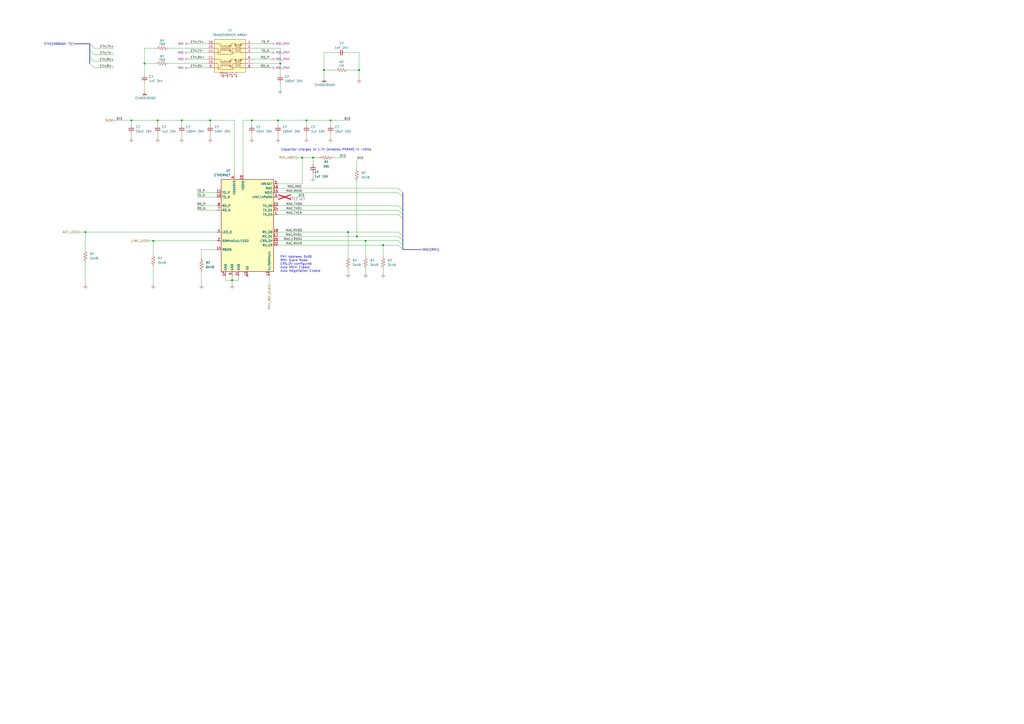
<source format=kicad_sch>
(kicad_sch (version 20250114) (generator "eeschema") (generator_version "9.0")
  (paper "A2")
  (lib_symbols
    (symbol "BR_Capacitors_0201:C_0201_100nF_25V_X7R_10%" (pin_numbers (hide yes)) (pin_names (offset 0) (hide yes))
      (property "Reference" "C" (at 1.016 1.778 0))
      (property "Value" "100nF 25V" (at 1.016 -1.778 0))
      (symbol "C_0201_100nF_25V_X7R_10%_1_1"
        (pin passive line (at 0 2.54 270) (length 2.032) (name "~") (number "1"))
        (pin passive line (at 0 -2.54 90) (length 2.032) (name "~") (number "2"))
      )
    )
    (symbol "BR_Capacitors_0201:C_0201_10nF_25V_X7R_10%" (pin_numbers (hide yes)) (pin_names (offset 0) (hide yes))
      (property "Reference" "C" (at 1.016 1.778 0))
      (property "Value" "10nF 25V" (at 1.016 -1.778 0))
      (symbol "C_0201_10nF_25V_X7R_10%_1_1"
        (pin passive line (at 0 2.54 270) (length 2.032) (name "~") (number "1"))
        (pin passive line (at 0 -2.54 90) (length 2.032) (name "~") (number "2"))
      )
    )
    (symbol "BR_Capacitors_0402:C_0402_10uF_10V_X5R_20%" (pin_numbers (hide yes)) (pin_names (offset 0.254) (hide yes))
      (property "Reference" "C" (at 1.016 1.778 0))
      (property "Value" "10uF 10V" (at 1.016 -1.778 0))
      (symbol "C_0402_10uF_10V_X5R_20%_1_1"
        (pin passive line (at 0 2.54 270) (length 2.032) (name "~") (number "1"))
        (pin passive line (at 0 -2.54 90) (length 2.032) (name "~") (number "2"))
      )
    )
    (symbol "BR_Capacitors_0402:C_0402_1uF_10V_X7R_10%" (pin_numbers (hide yes)) (pin_names (offset 0.254) (hide yes))
      (property "Reference" "C" (at 1.016 1.778 0))
      (property "Value" "1uF 10V" (at 1.016 -1.778 0))
      (symbol "C_0402_1uF_10V_X7R_10%_1_1"
        (pin passive line (at 0 2.54 270) (length 2.032) (name "~") (number "1"))
        (pin passive line (at 0 -2.54 90) (length 2.032) (name "~") (number "2"))
      )
    )
    (symbol "BR_Capacitors_1206:C_1206_1nF_2kV_X7R_10%" (pin_numbers (hide yes)) (pin_names (offset 0.254))
      (property "Reference" "C" (at 1.016 1.778 0))
      (property "Value" "1nF 2kV" (at 1.016 -1.778 0))
      (symbol "C_1206_1nF_2kV_X7R_10%_1_1"
        (pin passive line (at 0 2.54 270) (length 2.032) (name "~") (number "1"))
        (pin passive line (at 0 -2.54 90) (length 2.032) (name "~") (number "2"))
      )
    )
    (symbol "BR_IC_Ethernet:DP83825IRMQR"
      (property "Reference" "U" (at -12.192 21.336 0))
      (property "Value" "DP83825IRMQR" (at -5.588 19.304 0))
      (symbol "DP83825IRMQR_1_0"
        (pin input line (at -15.24 15.24 0) (length 2.54) (name "nRESET") (number "5"))
        (pin input line (at -15.24 7.62 0) (length 2.54) (name "nINT/nPWDN") (number "3"))
        (pin input line (at -15.24 2.54 0) (length 2.54) (name "TX_D0") (number "23"))
        (pin input line (at -15.24 0 0) (length 2.54) (name "TX_D1") (number "24"))
        (pin input line (at -15.24 -2.54 0) (length 2.54) (name "TX_EN") (number "1"))
        (pin output line (at -15.24 -15.24 0) (length 2.54) (name "RX_D1") (number "17"))
        (pin output line (at -15.24 -20.32 0) (length 2.54) (name "RX_ER") (number "22"))
        (pin output line (at 2.54 -38.1 90) (length 2.54) (name "XO") (number "12"))
        (pin power_in line (at 10.16 20.32 270) (length 2.54) (name "VDDA3V3") (number "6"))
        (pin power_in line (at 11.43 -38.1 90) (length 2.54) (name "GND") (number "9"))
        (pin power_in line (at 15.24 -38.1 90) (length 2.54) (name "GND") (number "EP"))
        (pin output line (at 20.32 10.16 180) (length 2.54) (name "TD_P") (number "11"))
        (pin output line (at 20.32 7.62 180) (length 2.54) (name "TD_N") (number "10"))
        (pin input line (at 20.32 2.54 180) (length 2.54) (name "RD_P") (number "8"))
        (pin output line (at 20.32 -12.7 180) (length 2.54) (name "LED_0") (number "4"))
        (pin output line (at 20.32 -17.78 180) (length 2.54) (name "50MHxOut/LED2") (number "2"))
      )
      (symbol "DP83825IRMQR_1_1"
        (pin input line (at -15.24 12.7 0) (length 2.54) (name "MDC") (number "16"))
        (pin bidirectional line (at -15.24 10.16 0) (length 2.54) (name "MDIO") (number "15"))
        (pin output line (at -15.24 -12.7 0) (length 2.54) (name "RX_D0") (number "18"))
        (pin output line (at -15.24 -17.78 0) (length 2.54) (name "CRS_DV") (number "20"))
        (pin input line (at -10.16 -38.1 90) (length 2.54) (name "XI/50MHzIn") (number "13"))
        (pin power_in line (at 5.08 20.32 270) (length 2.54) (name "VDDIO") (number "19"))
        (pin power_in line (at 7.62 -38.1 90) (length 2.54) (name "GND") (number "21"))
        (pin input line (at 20.32 0 180) (length 2.54) (name "RD_N") (number "7"))
        (pin input line (at 20.32 -22.86 180) (length 2.54) (name "RBIAS") (number "14"))
      )
    )
    (symbol "BR_Inductors:T_ARRAY_H1102FNL" (pin_names (offset 1.016))
      (property "Reference" "T" (at -8.128 11.176 0))
      (property "Value" "HR641680E" (at 3.556 11.176 0))
      (symbol "T_ARRAY_H1102FNL_1_1"
        (pin passive line (at -12.7 7.62 0) (length 2.9972) (name "~") (number "1"))
        (pin passive line (at -12.7 5.08 0) (length 2.9972) (name "~") (number "2"))
        (pin passive line (at -12.7 2.54 0) (length 2.9972) (name "~") (number "3"))
        (pin passive line (at -12.7 -1.27 0) (length 2.9972) (name "~") (number "6"))
        (pin passive line (at -12.7 -3.81 0) (length 2.9972) (name "~") (number "7"))
        (pin passive line (at -12.7 -6.35 0) (length 2.9972) (name "~") (number "8"))
        (pin no_connect line (at -3.81 -11.43 90) (length 2.54) (name "") (number "4"))
        (pin no_connect line (at -1.27 -11.43 90) (length 2.54) (name "") (number "5"))
        (pin no_connect line (at 1.27 -11.43 90) (length 2.54) (name "") (number "12"))
        (pin no_connect line (at 3.81 -11.43 90) (length 2.54) (name "") (number "13"))
        (pin passive line (at 12.7 7.62 180) (length 2.9972) (name "~") (number "16"))
        (pin passive line (at 12.7 5.08 180) (length 2.9972) (name "~") (number "15"))
        (pin passive line (at 12.7 2.54 180) (length 2.9972) (name "~") (number "14"))
        (pin passive line (at 12.7 -1.27 180) (length 2.9972) (name "~") (number "11"))
        (pin passive line (at 12.7 -3.81 180) (length 2.9972) (name "~") (number "10"))
        (pin passive line (at 12.7 -6.35 180) (length 2.9972) (name "~") (number "9"))
      )
    )
    (symbol "BR_Resistors_0402:R_0402_1M" (pin_numbers (hide yes)) (pin_names (offset 0) (hide yes))
      (property "Reference" "R" (at 1.524 1.27 0))
      (property "Value" "1M" (at 1.524 -1.27 0))
      (symbol "R_0402_1M_1_1"
        (pin passive line (at 0 3.81 270) (length 1.27) (name "~") (number "1"))
        (pin passive line (at 0 -3.81 90) (length 1.27) (name "~") (number "2"))
      )
    )
    (symbol "BR_Resistors_0402:R_0402_2k49" (pin_numbers (hide yes)) (pin_names (offset 0) (hide yes))
      (property "Reference" "R" (at 1.524 1.27 0))
      (property "Value" "2k49" (at 1.524 -1.27 0))
      (symbol "R_0402_2k49_1_1"
        (pin passive line (at 0 3.81 270) (length 1.27) (name "~") (number "1"))
        (pin passive line (at 0 -3.81 90) (length 1.27) (name "~") (number "2"))
      )
    )
    (symbol "BR_Resistors_0402:R_0402_30k" (pin_numbers (hide yes)) (pin_names (offset 0) (hide yes))
      (property "Reference" "R" (at 1.524 1.27 0))
      (property "Value" "30k" (at 1.524 -1.27 0))
      (symbol "R_0402_30k_1_1"
        (pin passive line (at 0 3.81 270) (length 1.27) (name "~") (number "1"))
        (pin passive line (at 0 -3.81 90) (length 1.27) (name "~") (number "2"))
      )
    )
    (symbol "BR_Resistors_0402:R_0402_4k7" (pin_numbers (hide yes)) (pin_names (offset 0) (hide yes))
      (property "Reference" "R" (at 1.524 1.27 0))
      (property "Value" "4k7" (at 1.524 -1.27 0))
      (symbol "R_0402_4k7_1_1"
        (pin passive line (at 0 3.81 270) (length 1.27) (name "~") (number "1"))
        (pin passive line (at 0 -3.81 90) (length 1.27) (name "~") (number "2"))
      )
    )
    (symbol "BR_Resistors_0402:R_0402_6k49" (pin_numbers (hide yes)) (pin_names (offset 0) (hide yes))
      (property "Reference" "R" (at 1.524 1.27 0))
      (property "Value" "6k49" (at 1.524 -1.27 0))
      (symbol "R_0402_6k49_1_1"
        (pin passive line (at 0 3.81 270) (length 1.27) (name "~") (number "1"))
        (pin passive line (at 0 -3.81 90) (length 1.27) (name "~") (number "2"))
      )
    )
    (symbol "BR_Resistors_0402:R_0402_75R" (pin_numbers (hide yes)) (pin_names (offset 0) (hide yes))
      (property "Reference" "R" (at 1.524 1.27 0))
      (property "Value" "75R" (at 1.524 -1.27 0))
      (symbol "R_0402_75R_1_1"
        (pin passive line (at 0 3.81 270) (length 1.27) (name "~") (number "1"))
        (pin passive line (at 0 -3.81 90) (length 1.27) (name "~") (number "2"))
      )
    )
    (symbol "BR_Virtual_Parts:GND" (power) (pin_numbers (hide yes)) (pin_names (offset 0) (hide yes))
      (property "Value" "GND" (at 0 -3.556 0))
      (symbol "GND_1_1"
        (pin power_in line (at 0 0 270) (length 0) (hide yes) (name "GNDREF") (number "1"))
      )
    )
    (symbol "BR_Virtual_Parts:GND_CHASSIS" (power) (pin_numbers (hide yes)) (pin_names (offset 0) (hide yes))
      (property "Value" "CHASSISGND" (at 0 -3.302 0))
      (symbol "GND_CHASSIS_1_1"
        (pin power_in line (at 0 0 270) (length 0) (name "~") (number "1"))
      )
    )
  )
  (text "Capacitor charges to 1.7V (enables PSRAM) in ~10ms" (at 189.23 86.868 0) (effects (font (size 1.27 1.27))))
  (text "PHY Address: 0x00\nRMII Slave Mode\nCRS_DV configured\nAuto MDIX Enable\nAuto Negotiation Enable" (at 162.56 153.162 0) (effects (font (size 1.27 1.27)) (justify left)))
  (junction (at 222.25 142.24))
  (junction (at 201.93 134.62))
  (junction (at 76.2 69.85))
  (junction (at 162.56 36.83))
  (junction (at 208.28 40.64))
  (junction (at 175.26 91.44))
  (junction (at 121.92 69.85))
  (junction (at 191.77 69.85))
  (junction (at 88.9 139.7))
  (junction (at 181.61 91.44))
  (junction (at 134.62 162.56))
  (junction (at 212.09 139.7))
  (junction (at 177.8 69.85))
  (junction (at 91.44 69.85))
  (junction (at 161.29 69.85))
  (junction (at 146.05 69.85))
  (junction (at 83.82 36.83))
  (junction (at 105.41 69.85))
  (junction (at 49.53 134.62))
  (junction (at 187.96 40.64))
  (junction (at 207.01 137.16))
  (no_connect (at 143.51 160.02))
  (bus_entry (at 52.07 25.4) (size 2.54 2.54))
  (bus_entry (at 231.14 109.22) (size 2.54 2.54))
  (bus_entry (at 231.14 111.76) (size 2.54 2.54))
  (bus_entry (at 231.14 139.7) (size 2.54 2.54))
  (bus_entry (at 231.14 124.46) (size 2.54 2.54))
  (bus_entry (at 231.14 142.24) (size 2.54 2.54))
  (bus_entry (at 52.07 33.02) (size 2.54 2.54))
  (bus_entry (at 52.07 36.83) (size 2.54 2.54))
  (bus_entry (at 231.14 137.16) (size 2.54 2.54))
  (bus_entry (at 231.14 119.38) (size 2.54 2.54))
  (bus_entry (at 52.07 29.21) (size 2.54 2.54))
  (bus_entry (at 231.14 134.62) (size 2.54 2.54))
  (bus_entry (at 231.14 121.92) (size 2.54 2.54))
  (wire (pts (xy 45.72 134.62) (xy 49.53 134.62)))
  (wire (pts (xy 201.93 40.64) (xy 208.28 40.64)))
  (wire (pts (xy 76.2 69.85) (xy 91.44 69.85)))
  (wire (pts (xy 97.79 27.94) (xy 120.65 27.94)))
  (wire (pts (xy 177.8 69.85) (xy 191.77 69.85)))
  (wire (pts (xy 201.93 134.62) (xy 231.14 134.62)))
  (wire (pts (xy 76.2 77.47) (xy 76.2 80.01)))
  (wire (pts (xy 83.82 48.26) (xy 83.82 53.34)))
  (wire (pts (xy 187.96 30.48) (xy 195.58 30.48)))
  (wire (pts (xy 146.05 69.85) (xy 161.29 69.85)))
  (wire (pts (xy 212.09 139.7) (xy 212.09 148.59)))
  (bus (pts (xy 233.68 142.24) (xy 233.68 144.78)))
  (wire (pts (xy 177.8 69.85) (xy 177.8 72.39)))
  (wire (pts (xy 116.84 144.78) (xy 125.73 144.78)))
  (wire (pts (xy 208.28 40.64) (xy 208.28 45.72)))
  (wire (pts (xy 114.3 119.38) (xy 125.73 119.38)))
  (wire (pts (xy 161.29 119.38) (xy 231.14 119.38)))
  (wire (pts (xy 201.93 134.62) (xy 201.93 148.59)))
  (wire (pts (xy 116.84 149.86) (xy 116.84 144.78)))
  (wire (pts (xy 156.21 160.02) (xy 156.21 165.1)))
  (wire (pts (xy 121.92 77.47) (xy 121.92 80.01)))
  (wire (pts (xy 161.29 142.24) (xy 222.25 142.24)))
  (wire (pts (xy 161.29 134.62) (xy 201.93 134.62)))
  (wire (pts (xy 110.49 25.4) (xy 120.65 25.4)))
  (wire (pts (xy 83.82 36.83) (xy 83.82 43.18)))
  (bus (pts (xy 233.68 139.7) (xy 233.68 142.24)))
  (wire (pts (xy 162.56 48.26) (xy 162.56 52.07)))
  (wire (pts (xy 134.62 162.56) (xy 134.62 165.1)))
  (wire (pts (xy 161.29 121.92) (xy 231.14 121.92)))
  (wire (pts (xy 161.29 137.16) (xy 207.01 137.16)))
  (wire (pts (xy 146.05 69.85) (xy 146.05 72.39)))
  (wire (pts (xy 140.97 69.85) (xy 140.97 101.6)))
  (wire (pts (xy 134.62 160.02) (xy 134.62 162.56)))
  (wire (pts (xy 91.44 77.47) (xy 91.44 80.01)))
  (wire (pts (xy 114.3 114.3) (xy 125.73 114.3)))
  (wire (pts (xy 222.25 142.24) (xy 231.14 142.24)))
  (wire (pts (xy 110.49 30.48) (xy 120.65 30.48)))
  (wire (pts (xy 200.66 30.48) (xy 208.28 30.48)))
  (wire (pts (xy 130.81 160.02) (xy 130.81 162.56)))
  (wire (pts (xy 121.92 69.85) (xy 135.89 69.85)))
  (wire (pts (xy 105.41 77.47) (xy 105.41 80.01)))
  (bus (pts (xy 52.07 33.02) (xy 52.07 29.21)))
  (wire (pts (xy 76.2 69.85) (xy 76.2 72.39)))
  (wire (pts (xy 88.9 147.32) (xy 88.9 139.7)))
  (wire (pts (xy 161.29 69.85) (xy 177.8 69.85)))
  (wire (pts (xy 66.04 69.85) (xy 76.2 69.85)))
  (wire (pts (xy 91.44 69.85) (xy 105.41 69.85)))
  (wire (pts (xy 146.05 30.48) (xy 156.21 30.48)))
  (wire (pts (xy 161.29 139.7) (xy 212.09 139.7)))
  (wire (pts (xy 175.26 91.44) (xy 181.61 91.44)))
  (wire (pts (xy 162.56 27.94) (xy 162.56 36.83)))
  (wire (pts (xy 146.05 25.4) (xy 156.21 25.4)))
  (wire (pts (xy 161.29 77.47) (xy 161.29 80.01)))
  (wire (pts (xy 146.05 77.47) (xy 146.05 80.01)))
  (wire (pts (xy 105.41 69.85) (xy 105.41 72.39)))
  (wire (pts (xy 49.53 144.78) (xy 49.53 134.62)))
  (wire (pts (xy 191.77 69.85) (xy 203.2 69.85)))
  (wire (pts (xy 181.61 91.44) (xy 181.61 95.25)))
  (wire (pts (xy 49.53 134.62) (xy 125.73 134.62)))
  (wire (pts (xy 114.3 111.76) (xy 125.73 111.76)))
  (wire (pts (xy 91.44 69.85) (xy 91.44 72.39)))
  (wire (pts (xy 162.56 36.83) (xy 162.56 43.18)))
  (wire (pts (xy 208.28 30.48) (xy 208.28 40.64)))
  (wire (pts (xy 88.9 165.1) (xy 88.9 154.94)))
  (wire (pts (xy 110.49 39.37) (xy 120.65 39.37)))
  (bus (pts (xy 233.68 111.76) (xy 233.68 114.3)))
  (wire (pts (xy 86.36 139.7) (xy 88.9 139.7)))
  (wire (pts (xy 187.96 40.64) (xy 194.31 40.64)))
  (wire (pts (xy 181.61 100.33) (xy 181.61 102.87)))
  (wire (pts (xy 116.84 165.1) (xy 116.84 157.48)))
  (wire (pts (xy 49.53 165.1) (xy 49.53 152.4)))
  (bus (pts (xy 233.68 114.3) (xy 233.68 121.92)))
  (wire (pts (xy 207.01 105.41) (xy 207.01 137.16)))
  (wire (pts (xy 187.96 40.64) (xy 187.96 30.48)))
  (wire (pts (xy 212.09 139.7) (xy 231.14 139.7)))
  (bus (pts (xy 233.68 124.46) (xy 233.68 127)))
  (wire (pts (xy 135.89 69.85) (xy 135.89 101.6)))
  (wire (pts (xy 54.61 39.37) (xy 66.04 39.37)))
  (bus (pts (xy 43.18 25.4) (xy 52.07 25.4)))
  (wire (pts (xy 161.29 111.76) (xy 231.14 111.76)))
  (wire (pts (xy 168.91 114.3) (xy 176.53 114.3)))
  (wire (pts (xy 146.05 36.83) (xy 162.56 36.83)))
  (wire (pts (xy 172.72 91.44) (xy 175.26 91.44)))
  (wire (pts (xy 193.04 91.44) (xy 200.66 91.44)))
  (wire (pts (xy 212.09 156.21) (xy 212.09 158.75)))
  (wire (pts (xy 191.77 77.47) (xy 191.77 80.01)))
  (wire (pts (xy 161.29 109.22) (xy 231.14 109.22)))
  (wire (pts (xy 97.79 36.83) (xy 120.65 36.83)))
  (wire (pts (xy 207.01 92.71) (xy 207.01 97.79)))
  (wire (pts (xy 161.29 124.46) (xy 231.14 124.46)))
  (wire (pts (xy 83.82 36.83) (xy 90.17 36.83)))
  (wire (pts (xy 54.61 27.94) (xy 66.04 27.94)))
  (wire (pts (xy 90.17 27.94) (xy 83.82 27.94)))
  (wire (pts (xy 83.82 27.94) (xy 83.82 36.83)))
  (wire (pts (xy 140.97 69.85) (xy 146.05 69.85)))
  (wire (pts (xy 175.26 106.68) (xy 161.29 106.68)))
  (wire (pts (xy 130.81 162.56) (xy 134.62 162.56)))
  (bus (pts (xy 233.68 121.92) (xy 233.68 124.46)))
  (wire (pts (xy 191.77 69.85) (xy 191.77 72.39)))
  (bus (pts (xy 233.68 127) (xy 233.68 137.16)))
  (wire (pts (xy 181.61 91.44) (xy 185.42 91.44)))
  (wire (pts (xy 110.49 34.29) (xy 120.65 34.29)))
  (wire (pts (xy 207.01 137.16) (xy 231.14 137.16)))
  (wire (pts (xy 146.05 34.29) (xy 156.21 34.29)))
  (bus (pts (xy 52.07 29.21) (xy 52.07 25.4)))
  (wire (pts (xy 222.25 156.21) (xy 222.25 158.75)))
  (wire (pts (xy 222.25 142.24) (xy 222.25 148.59)))
  (bus (pts (xy 233.68 137.16) (xy 233.68 139.7)))
  (wire (pts (xy 146.05 39.37) (xy 156.21 39.37)))
  (wire (pts (xy 138.43 162.56) (xy 138.43 160.02)))
  (wire (pts (xy 54.61 31.75) (xy 66.04 31.75)))
  (wire (pts (xy 146.05 27.94) (xy 162.56 27.94)))
  (wire (pts (xy 161.29 69.85) (xy 161.29 72.39)))
  (wire (pts (xy 88.9 139.7) (xy 125.73 139.7)))
  (wire (pts (xy 175.26 91.44) (xy 175.26 106.68)))
  (wire (pts (xy 187.96 45.72) (xy 187.96 40.64)))
  (bus (pts (xy 233.68 144.78) (xy 243.84 144.78)))
  (wire (pts (xy 121.92 69.85) (xy 121.92 72.39)))
  (wire (pts (xy 177.8 77.47) (xy 177.8 80.01)))
  (wire (pts (xy 114.3 121.92) (xy 125.73 121.92)))
  (wire (pts (xy 201.93 156.21) (xy 201.93 158.75)))
  (wire (pts (xy 105.41 69.85) (xy 121.92 69.85)))
  (wire (pts (xy 54.61 35.56) (xy 66.04 35.56)))
  (wire (pts (xy 134.62 162.56) (xy 138.43 162.56)))
  (bus (pts (xy 52.07 36.83) (xy 52.07 33.02)))
  (label "3V3" (at 67.31 69.85 0))
  (label "ETH.TX+" (at 110.49 25.4 0))
  (label "3V3" (at 176.53 114.3 180))
  (label "MAC.RXD1" (at 175.26 137.16 180))
  (label "MAC.RXER" (at 175.26 142.24 180))
  (label "ETH.TX-" (at 110.49 30.48 0))
  (label "TD_N" (at 114.3 114.3 0))
  (label "RD_N" (at 156.21 39.37 180))
  (label "3V3" (at 207.01 92.71 0))
  (label "ETH.RX-" (at 66.04 39.37 180))
  (label "ETH.TX-" (at 66.04 31.75 180))
  (label "ETH.RX-" (at 110.49 39.37 0))
  (label "MAC.TXEN" (at 175.26 124.46 180))
  (label "ETH.TX+" (at 66.04 27.94 180))
  (label "3V3" (at 200.66 91.44 180))
  (label "MAC.MDC" (at 175.26 109.22 180))
  (label "ETH.RX+" (at 66.04 35.56 180))
  (label "RD_P" (at 114.3 119.38 0))
  (label "3V3" (at 203.2 69.85 180))
  (label "TD_P" (at 114.3 111.76 0))
  (label "TD_P" (at 156.21 25.4 180))
  (label "MAC.TXD0" (at 175.26 119.38 180))
  (label "RD_P" (at 156.21 34.29 180))
  (label "MAC.MDIO" (at 175.26 111.76 180))
  (label "TD_N" (at 156.21 30.48 180))
  (label "MAC.RXD0" (at 175.26 134.62 180))
  (label "MAC.TXD1" (at 175.26 121.92 180))
  (label "ETH.RX+" (at 110.49 34.29 0))
  (label "RD_N" (at 114.3 121.92 0))
  (label "MAC.CRSDV" (at 175.26 139.7 180))
  (hierarchical_label "PHY_REF_CLK" (shape input) (at 156.21 165.1 270))
  (hierarchical_label "PHY_nRST" (shape input) (at 172.72 91.44 180))
  (hierarchical_label "ETH{100BASE-T}" (shape input) (at 43.18 25.4 180))
  (hierarchical_label "LINK_LED" (shape output) (at 86.36 139.7 180))
  (hierarchical_label "ACT_LED" (shape output) (at 45.72 134.62 180))
  (hierarchical_label "3V3" (shape input) (at 66.04 69.85 180))
  (hierarchical_label "MAC{RMII}" (shape input) (at 243.84 144.78 0))
  (netclass_flag "" (length 2.54) (shape round) (at 110.49 25.4 90) (property "Netclass" "MDI" (at 106.68 25.4 0) (effects (justify right))))
  (netclass_flag "" (length 2.54) (shape round) (at 156.21 25.4 270) (property "Netclass" "MDI_PHY" (at 160.02 25.4 0) (effects (justify left))))
  (netclass_flag "" (length 2.54) (shape round) (at 156.21 34.29 270) (property "Netclass" "MDI_PHY" (at 160.02 34.29 0) (effects (justify left))))
  (netclass_flag "" (length 2.54) (shape round) (at 110.49 39.37 90) (property "Netclass" "MDI" (at 106.68 39.37 0) (effects (justify right))))
  (netclass_flag "" (length 2.54) (shape round) (at 156.21 39.37 270) (property "Netclass" "MDI_PHY" (at 160.02 39.37 0) (effects (justify left))))
  (netclass_flag "" (length 2.54) (shape round) (at 156.21 30.48 270) (property "Netclass" "MDI_PHY" (at 160.02 30.48 0) (effects (justify left))))
  (netclass_flag "" (length 2.54) (shape round) (at 110.49 30.48 90) (property "Netclass" "MDI" (at 106.68 30.48 0) (effects (justify right))))
  (netclass_flag "" (length 2.54) (shape round) (at 110.49 34.29 90) (property "Netclass" "MDI" (at 106.68 34.29 0) (effects (justify right))))
  (symbol (lib_id "BR_IC_Ethernet:DP83825IRMQR") (at 146.05 121.92 0) (mirror y) (unit 1)
    (property "Reference" "U?" (at 133.7467 99.06 0) (effects (justify left)))
    (property "Value" "ETHERNET" (at 133.7467 101.6 0) (effects (justify left)))
    (property "Footprint" "BR_IC:WQFN-24-3x3x0.8mm-DP83825i" (effects (hide yes)))
    (property "Datasheet" "https://www.ti.com/general/docs/suppproductinfo.tsp?distId=10&gotoUrl=https%3A%2F%2Fwww.ti.com%2Flit%2Fgpn%2Fdp83825I" (effects (hide yes)))
    (property "Description" "Ethernet Interface 10/100Mbps PHY 32-VQFN (5x5)" (effects (hide yes)))
    (property "Manufacturer" "Texas Instruments" (effects (hide yes)))
    (property "Manufacturer Part Num" "DP83825IRMQR" (effects (hide yes)))
    (property "BRE Number" "BRE-000162" (effects (hide yes)))
    (property "Supplier 1" "DigiKey" (effects (hide yes)))
    (property "Supplier Part Num 1" "296-DP83825IRMQRCT-ND" (effects (hide yes)))
    (property "Supplier 2" "Mouser" (effects (hide yes)))
    (property "Supplier Part Num 2" "595-DP83825IRMQR" (effects (hide yes)))
    (property "Supplier 3" "JLCPCB" (effects (hide yes)))
    (property "Supplier Part Num 3" "C783599" (effects (hide yes)))
    (property "JLCPCB Part Num" "C783599" (effects (hide yes)))
  )
  (symbol (lib_id "BR_Capacitors_1206:C_1206_1nF_2kV_X7R_10%") (at 198.12 30.48 90) (unit 1)
    (property "Reference" "C?" (at 198.12 25.146 90))
    (property "Value" "1nF 2kV" (at 198.12 27.686 90))
    (property "Footprint" "BR_Passives:C_1206_3216Metric-minimized" (effects (hide yes)))
    (property "Datasheet" "https://www.lcsc.com/datasheet/lcsc_datasheet_2304140030_YAGEO-CC1206KKX7RDBB102_C23631.pdf" (effects (hide yes)))
    (property "Description" "1nF 2kV X7R 10% Ceramic Capacitor 1206" (effects (hide yes)))
    (property "Manufacturer" "YAGEO" (effects (hide yes)))
    (property "Manufacturer Part Num" "CC1206KKX7RDBB102" (effects (hide yes)))
    (property "BRE Number" "BRE-000060" (effects (hide yes)))
    (property "Supplier 1" "DigiKey" (effects (hide yes)))
    (property "Supplier Part Num 1" "311-1487-1-ND" (effects (hide yes)))
    (property "Supplier 2" "Mouser" (effects (hide yes)))
    (property "Supplier Part Num 2" "603-CC206KKX7RDBB102" (effects (hide yes)))
    (property "Supplier 3" "JLCPCB" (effects (hide yes)))
    (property "Supplier Part Num 3" "C23631" (effects (hide yes)))
    (property "JLCPCB Part Num" "C23631" (effects (hide yes)))
  )
  (symbol (lib_id "BR_Virtual_Parts:GND_CHASSIS") (at 83.82 53.34 0) (mirror y) (unit 1)
    (property "Reference" "#PWR?" (effects (hide yes)))
    (property "Value" "CHASSISGND" (at 84.328 56.896 0))
    (property "Description" "Power symbol creates a global label with name \"CHASSISGND\" , global ground" (effects (hide yes)))
  )
  (symbol (lib_id "BR_Capacitors_0201:C_0201_10nF_25V_X7R_10%") (at 146.05 74.93 0) (unit 1)
    (property "Reference" "C?" (at 148.59 73.6662 0) (effects (justify left)))
    (property "Value" "10nF 25V" (at 148.59 76.2062 0) (effects (justify left)))
    (property "Footprint" "BR_Passives:C_0201_0603Metric-minimized" (effects (hide yes)))
    (property "Datasheet" "https://search.murata.co.jp/Ceramy/image/img/A01X/G101/ENG/GRM033R71E103KE14-01.pdf" (effects (hide yes)))
    (property "Description" "10nF 25V X7R 10% Ceramic Capacitor 0201" (effects (hide yes)))
    (property "Manufacturer" "Murata Electronics" (effects (hide yes)))
    (property "Manufacturer Part Num" "GRM033R71E103KE14D" (effects (hide yes)))
    (property "BRE Number" "BRE-000001" (effects (hide yes)))
    (property "Supplier 1" "DigiKey" (effects (hide yes)))
    (property "Supplier Part Num 1" "490-14454-2-ND" (effects (hide yes)))
    (property "Supplier 2" "Mouser" (effects (hide yes)))
    (property "Supplier Part Num 2" "81-GRM0335C1E12FA1D" (effects (hide yes)))
    (property "Supplier 3" "JLCPCB" (effects (hide yes)))
    (property "Supplier Part Num 3" "C85930" (effects (hide yes)))
    (property "JLCPCB Part Num" "C85930" (effects (hide yes)))
  )
  (symbol (lib_id "BR_Capacitors_0402:C_0402_1uF_10V_X7R_10%") (at 91.44 74.93 0) (unit 1)
    (property "Reference" "C?" (at 93.98 73.6662 0) (effects (justify left)))
    (property "Value" "1uF 10V" (at 93.98 76.2062 0) (effects (justify left)))
    (property "Footprint" "BR_Passives:C_0402_1005Metric-minimized" (effects (hide yes)))
    (property "Datasheet" "https://search.murata.co.jp/Ceramy/image/img/A01X/G101/ENG/GRM155Z71A105KE01-01.pdf" (effects (hide yes)))
    (property "Description" "1uF 10V X7R 10% Ceramic Capacitor 0402" (effects (hide yes)))
    (property "Manufacturer" "Murata Electronics" (effects (hide yes)))
    (property "Manufacturer Part Num" "GRM155Z71A105KE01D" (effects (hide yes)))
    (property "BRE Number" "BRE-000019" (effects (hide yes)))
    (property "Supplier 1" "DigiKey" (effects (hide yes)))
    (property "Supplier Part Num 1" "490-GRM155Z71A105KE01DDKR-ND" (effects (hide yes)))
    (property "Supplier 2" "Mouser" (effects (hide yes)))
    (property "Supplier Part Num 2" "81-GRM155Z71A105KE1D" (effects (hide yes)))
    (property "Supplier 3" "JLCPCB" (effects (hide yes)))
    (property "Supplier Part Num 3" "C528974" (effects (hide yes)))
    (property "JLCPCB Part Num" "C23692972" (effects (hide yes)))
  )
  (symbol (lib_id "BR_Virtual_Parts:GND") (at 191.77 80.01 0) (unit 1)
    (property "Reference" "#PWR?" (effects (hide yes)))
    (property "Value" "GND" (effects (hide yes)))
  )
  (symbol (lib_id "BR_Inductors:T_ARRAY_H1102FNL") (at 133.35 33.02 0) (mirror y) (unit 1)
    (property "Reference" "T?" (at 133.35 17.78 0))
    (property "Value" "TRANSFORMER ARRAY" (at 133.35 20.32 0))
    (property "Footprint" "BR_Inductors:H1102FNL" (effects (hide yes)))
    (property "Datasheet" "https://www.lcsc.com/datasheet/lcsc_datasheet_2411121026_HANRUN-Zhongshan-HanRun-Elec-HR641680E_C189555.pdf" (effects (hide yes)))
    (property "Description" "10/100Base-T Single Port Transformer Magnetics Module" (effects (hide yes)))
    (property "Manufacturer" "HanRun" (effects (hide yes)))
    (property "Manufacturer Part Num" "HR641680E" (effects (hide yes)))
    (property "BRE Number" "BRE-000237" (effects (hide yes)))
    (property "Supplier 3" "JLCPCB" (effects (hide yes)))
    (property "Supplier Part Num 3" "C189555" (effects (hide yes)))
    (property "JLCPCB Part Num" "C189555" (effects (hide yes)))
  )
  (symbol (lib_id "BR_Virtual_Parts:GND") (at 105.41 80.01 0) (unit 1)
    (property "Reference" "#PWR?" (effects (hide yes)))
    (property "Value" "GND" (effects (hide yes)))
  )
  (symbol (lib_id "BR_Virtual_Parts:GND_CHASSIS") (at 187.96 45.72 0) (mirror y) (unit 1)
    (property "Reference" "#PWR?" (effects (hide yes)))
    (property "Value" "CHASSISGND" (at 188.468 49.276 0))
    (property "Description" "Power symbol creates a global label with name \"CHASSISGND\" , global ground" (effects (hide yes)))
  )
  (symbol (lib_id "BR_Capacitors_0402:C_0402_10uF_10V_X5R_20%") (at 76.2 74.93 0) (unit 1)
    (property "Reference" "C?" (at 78.74 73.6662 0) (effects (justify left)))
    (property "Value" "10uF 10V" (at 78.74 76.2062 0) (effects (justify left)))
    (property "Footprint" "BR_Passives:C_0402_1005Metric-minimized" (effects (hide yes)))
    (property "Datasheet" "https://mm.digikey.com/Volume0/opasdata/d220001/medias/docus/2614/CL05A106MP5NUNC_Spec.pdf" (effects (hide yes)))
    (property "Description" "10uF 10V X5R 20% Ceramic Capacitor 0402" (effects (hide yes)))
    (property "Manufacturer" "Samsung Electro-Mechanics" (effects (hide yes)))
    (property "Manufacturer Part Num" "CL05A106MP5NUNC" (effects (hide yes)))
    (property "BRE Number" "BRE-000015" (effects (hide yes)))
    (property "Supplier 1" "DigiKey" (effects (hide yes)))
    (property "Supplier 2" "Mouser" (effects (hide yes)))
    (property "Supplier 3" "JLCPCB" (effects (hide yes)))
    (property "Supplier Part Num 1" "1276-1450-6-ND" (effects (hide yes)))
    (property "Supplier Part Num 2" "187-CL05A106MP5NUNC" (effects (hide yes)))
    (property "Supplier Part Num 3" "C315248" (effects (hide yes)))
    (property "JLCPCB Part Num" "C315248" (effects (hide yes)))
  )
  (symbol (lib_id "BR_Resistors_0402:R_0402_2k49") (at 222.25 152.4 0) (unit 1)
    (property "Reference" "R?" (at 224.79 151.1299 0) (effects (justify left)))
    (property "Value" "2k49" (at 224.79 153.6699 0) (effects (justify left)))
    (property "Footprint" "BR_Passives:C_0402_1005Metric-minimized" (effects (hide yes)))
    (property "Datasheet" "https://www.yageo.com/upload/media/product/productsearch/datasheet/rchip/PYu-RC_Group_51_RoHS_L_12.pdf" (effects (hide yes)))
    (property "Description" "2.49k 1% 100ppm 62.5mW Thick Film Resistor 0402" (effects (hide yes)))
    (property "Manufacturer" "YAGEO" (effects (hide yes)))
    (property "Manufacturer Part Num" "RC0402FR-072K49L" (effects (hide yes)))
    (property "BRE Number" "BRE-000326" (effects (hide yes)))
    (property "Supplier 1" "DigiKey" (effects (hide yes)))
    (property "Supplier Part Num 1" "311-2.49KLRCT-ND" (effects (hide yes)))
    (property "Supplier 2" "DigiKey" (effects (hide yes)))
    (property "Supplier Part Num 2" "311-2.49KLRTR-ND" (effects (hide yes)))
    (property "Supplier 3" "JLCPCB" (effects (hide yes)))
    (property "Supplier Part Num 3" "C145071" (effects (hide yes)))
    (property "JLCPCB Part Num" "C145071" (effects (hide yes)))
  )
  (symbol (lib_id "BR_Resistors_0402:R_0402_2k49") (at 207.01 101.6 0) (unit 1)
    (property "Reference" "R?" (at 209.55 100.3299 0) (effects (justify left)))
    (property "Value" "2k49" (at 209.55 102.8699 0) (effects (justify left)))
    (property "Footprint" "BR_Passives:C_0402_1005Metric-minimized" (effects (hide yes)))
    (property "Datasheet" "https://www.yageo.com/upload/media/product/productsearch/datasheet/rchip/PYu-RC_Group_51_RoHS_L_12.pdf" (effects (hide yes)))
    (property "Description" "2.49k 1% 100ppm 62.5mW Thick Film Resistor 0402" (effects (hide yes)))
    (property "Manufacturer" "YAGEO" (effects (hide yes)))
    (property "Manufacturer Part Num" "RC0402FR-072K49L" (effects (hide yes)))
    (property "BRE Number" "BRE-000326" (effects (hide yes)))
    (property "Supplier 1" "DigiKey" (effects (hide yes)))
    (property "Supplier Part Num 1" "311-2.49KLRCT-ND" (effects (hide yes)))
    (property "Supplier 2" "DigiKey" (effects (hide yes)))
    (property "Supplier Part Num 2" "311-2.49KLRTR-ND" (effects (hide yes)))
    (property "Supplier 3" "JLCPCB" (effects (hide yes)))
    (property "Supplier Part Num 3" "C145071" (effects (hide yes)))
    (property "JLCPCB Part Num" "C145071" (effects (hide yes)))
  )
  (symbol (lib_id "BR_Virtual_Parts:GND") (at 162.56 52.07 0) (unit 1)
    (property "Reference" "#PWR?" (effects (hide yes)))
    (property "Value" "GND" (effects (hide yes)))
  )
  (symbol (lib_id "BR_Capacitors_1206:C_1206_1nF_2kV_X7R_10%") (at 83.82 45.72 0) (unit 1)
    (property "Reference" "C?" (at 86.36 44.4562 0) (effects (justify left)))
    (property "Value" "1nF 2kV" (at 86.36 46.9962 0) (effects (justify left)))
    (property "Footprint" "BR_Passives:C_1206_3216Metric-minimized" (effects (hide yes)))
    (property "Datasheet" "https://www.lcsc.com/datasheet/lcsc_datasheet_2304140030_YAGEO-CC1206KKX7RDBB102_C23631.pdf" (effects (hide yes)))
    (property "Description" "1nF 2kV X7R 10% Ceramic Capacitor 1206" (effects (hide yes)))
    (property "Manufacturer" "YAGEO" (effects (hide yes)))
    (property "Manufacturer Part Num" "CC1206KKX7RDBB102" (effects (hide yes)))
    (property "BRE Number" "BRE-000060" (effects (hide yes)))
    (property "Supplier 1" "DigiKey" (effects (hide yes)))
    (property "Supplier Part Num 1" "311-1487-1-ND" (effects (hide yes)))
    (property "Supplier 2" "Mouser" (effects (hide yes)))
    (property "Supplier Part Num 2" "603-CC206KKX7RDBB102" (effects (hide yes)))
    (property "Supplier 3" "JLCPCB" (effects (hide yes)))
    (property "Supplier Part Num 3" "C23631" (effects (hide yes)))
    (property "JLCPCB Part Num" "C23631" (effects (hide yes)))
  )
  (symbol (lib_id "BR_Virtual_Parts:GND") (at 76.2 80.01 0) (unit 1)
    (property "Reference" "#PWR?" (effects (hide yes)))
    (property "Value" "GND" (effects (hide yes)))
  )
  (symbol (lib_id "BR_Resistors_0402:R_0402_4k7") (at 165.1 114.3 90) (unit 1) (dnp yes)
    (property "Reference" "R712" (at 170.18 115.57 90))
    (property "Value" "4k7" (at 175.26 115.57 90))
    (property "Footprint" "BR_Passives:C_0402_1005Metric-minimized" (effects (hide yes)))
    (property "Datasheet" "https://www.yageo.com/upload/media/product/productsearch/datasheet/rchip/PYu-RC_Group_51_RoHS_L_12.pdf" (effects (hide yes)))
    (property "Description" "4.7k 1% 100ppm 62.5mW Thick Film Resistor 0402" (effects (hide yes)))
    (property "Manufacturer" "YAGEO" (effects (hide yes)))
    (property "Manufacturer Part Num" "RC0402FR-074K7L" (effects (hide yes)))
    (property "BRE Number" "BRE-000350" (effects (hide yes)))
    (property "Supplier 1" "DigiKey" (effects (hide yes)))
    (property "Supplier Part Num 1" "311-4.7KLRCT-ND" (effects (hide yes)))
    (property "Supplier 2" "DigiKey" (effects (hide yes)))
    (property "Supplier Part Num 2" "311-4.7KLRTR-ND" (effects (hide yes)))
    (property "Supplier 3" "JLCPCB" (effects (hide yes)))
    (property "Supplier Part Num 3" "C105871" (effects (hide yes)))
    (property "JLCPCB Part Num" "C105871" (effects (hide yes)))
  )
  (symbol (lib_id "BR_Virtual_Parts:GND") (at 208.28 45.72 0) (unit 1)
    (property "Reference" "#PWR?" (effects (hide yes)))
    (property "Value" "GND" (effects (hide yes)))
  )
  (symbol (lib_id "BR_Virtual_Parts:GND") (at 146.05 80.01 0) (unit 1)
    (property "Reference" "#PWR?" (effects (hide yes)))
    (property "Value" "GND" (effects (hide yes)))
  )
  (symbol (lib_id "BR_Virtual_Parts:GND") (at 177.8 80.01 0) (unit 1)
    (property "Reference" "#PWR?" (effects (hide yes)))
    (property "Value" "GND" (effects (hide yes)))
  )
  (symbol (lib_id "BR_Virtual_Parts:GND") (at 49.53 165.1 0) (unit 1)
    (property "Reference" "#PWR?" (effects (hide yes)))
    (property "Value" "GND" (effects (hide yes)))
  )
  (symbol (lib_id "BR_Virtual_Parts:GND") (at 88.9 165.1 0) (unit 1)
    (property "Reference" "#PWR?" (effects (hide yes)))
    (property "Value" "GND" (effects (hide yes)))
  )
  (symbol (lib_id "BR_Resistors_0402:R_0402_6k49") (at 116.84 153.67 0) (unit 1)
    (property "Reference" "R?" (at 119.38 152.3999 0) (effects (justify left)))
    (property "Value" "6k49" (at 119.38 154.9399 0) (effects (justify left)))
    (property "Footprint" "BR_Passives:C_0402_1005Metric-minimized" (effects (hide yes)))
    (property "Datasheet" "https://www.yageo.com/upload/media/product/products/datasheet/rchip/PYu-RC_Group_51_RoHS_L_12.pdf" (effects (hide yes)))
    (property "Description" "6.49k 1% 100ppm 62.5mW Thick Film Resistor 0402" (effects (hide yes)))
    (property "Manufacturer" "YAGEO" (effects (hide yes)))
    (property "Manufacturer Part Num" "RC0402FR-076K49L" (effects (hide yes)))
    (property "BRE Number" "BRE-000367" (effects (hide yes)))
    (property "Supplier 1" "DigiKey" (effects (hide yes)))
    (property "Supplier Part Num 1" "311-6.49KLRCT-ND" (effects (hide yes)))
    (property "Supplier 2" "Mouser" (effects (hide yes)))
    (property "Supplier Part Num 2" "603-RC0402FR-076K49L" (effects (hide yes)))
    (property "Supplier 3" "JLCPCB" (effects (hide yes)))
    (property "Supplier Part Num 3" "C364360" (effects (hide yes)))
    (property "JLCPCB Part Num" "C364360" (effects (hide yes)))
  )
  (symbol (lib_id "BR_Resistors_0402:R_0402_30k") (at 189.23 91.44 90) (unit 1)
    (property "Reference" "R?" (at 189.23 93.98 90))
    (property "Value" "30k" (at 189.23 96.52 90))
    (property "Footprint" "BR_Passives:C_0402_1005Metric-minimized" (effects (hide yes)))
    (property "Datasheet" "https://www.yageo.com/upload/media/product/productsearch/datasheet/rchip/PYu-RC_Group_51_RoHS_L_12.pdf" (effects (hide yes)))
    (property "Description" "30k 1% 100ppm 62.5mW Thick Film Resistor 0402" (effects (hide yes)))
    (property "Manufacturer" "YAGEO" (effects (hide yes)))
    (property "Manufacturer Part Num" "RC0402FR-0730KL" (effects (hide yes)))
    (property "BRE Number" "BRE-000327" (effects (hide yes)))
    (property "Supplier 1" "DigiKey" (effects (hide yes)))
    (property "Supplier Part Num 1" "311-30.0KLRCT-ND" (effects (hide yes)))
    (property "Supplier 2" "DigiKey" (effects (hide yes)))
    (property "Supplier Part Num 2" "311-30.0KLRTR-ND" (effects (hide yes)))
    (property "Supplier 3" "JLCPCB" (effects (hide yes)))
    (property "Supplier Part Num 3" "C138008" (effects (hide yes)))
    (property "JLCPCB Part Num" "C138008" (effects (hide yes)))
  )
  (symbol (lib_id "BR_Virtual_Parts:GND") (at 91.44 80.01 0) (unit 1)
    (property "Reference" "#PWR?" (effects (hide yes)))
    (property "Value" "GND" (effects (hide yes)))
  )
  (symbol (lib_id "BR_Virtual_Parts:GND") (at 121.92 80.01 0) (unit 1)
    (property "Reference" "#PWR?" (effects (hide yes)))
    (property "Value" "GND" (effects (hide yes)))
  )
  (symbol (lib_id "BR_Resistors_0402:R_0402_2k49") (at 88.9 151.13 0) (unit 1)
    (property "Reference" "R?" (at 91.44 149.8599 0) (effects (justify left)))
    (property "Value" "2k49" (at 91.44 152.3999 0) (effects (justify left)))
    (property "Footprint" "BR_Passives:C_0402_1005Metric-minimized" (effects (hide yes)))
    (property "Datasheet" "https://www.yageo.com/upload/media/product/productsearch/datasheet/rchip/PYu-RC_Group_51_RoHS_L_12.pdf" (effects (hide yes)))
    (property "Description" "2.49k 1% 100ppm 62.5mW Thick Film Resistor 0402" (effects (hide yes)))
    (property "Manufacturer" "YAGEO" (effects (hide yes)))
    (property "Manufacturer Part Num" "RC0402FR-072K49L" (effects (hide yes)))
    (property "BRE Number" "BRE-000326" (effects (hide yes)))
    (property "Supplier 1" "DigiKey" (effects (hide yes)))
    (property "Supplier Part Num 1" "311-2.49KLRCT-ND" (effects (hide yes)))
    (property "Supplier 2" "DigiKey" (effects (hide yes)))
    (property "Supplier Part Num 2" "311-2.49KLRTR-ND" (effects (hide yes)))
    (property "Supplier 3" "JLCPCB" (effects (hide yes)))
    (property "Supplier Part Num 3" "C145071" (effects (hide yes)))
    (property "JLCPCB Part Num" "C145071" (effects (hide yes)))
  )
  (symbol (lib_id "BR_Capacitors_0201:C_0201_100nF_25V_X7R_10%") (at 105.41 74.93 0) (unit 1)
    (property "Reference" "C?" (at 107.95 73.6662 0) (effects (justify left)))
    (property "Value" "100nF 25V" (at 107.95 76.2062 0) (effects (justify left)))
    (property "Footprint" "BR_Passives:C_0201_0603Metric-minimized" (effects (hide yes)))
    (property "Datasheet" "https://www.lcsc.com/datasheet/lcsc_datasheet_2108070630_Murata-Electronics-GRM033R61E104KE14J_C2649540.pdf" (effects (hide yes)))
    (property "Description" "100nF 25V X5R 10% Ceramic Capacitor 0201" (effects (hide yes)))
    (property "Manufacturer" "Murata Electronics" (effects (hide yes)))
    (property "Manufacturer Part Num" "GRM033R61E104KE14J" (effects (hide yes)))
    (property "BRE Number" "BRE-000000" (effects (hide yes)))
    (property "Supplier 1" "DigiKey" (effects (hide yes)))
    (property "Supplier Part Num 1" "490-14571-1-ND" (effects (hide yes)))
    (property "Supplier 2" "Mouser" (effects (hide yes)))
    (property "Supplier Part Num 2" "81-GRM033R61E104KE4J" (effects (hide yes)))
    (property "Supplier 3" "JLCPCB" (effects (hide yes)))
    (property "Supplier Part Num 3" "C2649540" (effects (hide yes)))
    (property "JLCPCB Part Num" "C76939" (effects (hide yes)))
  )
  (symbol (lib_id "BR_Virtual_Parts:GND") (at 116.84 165.1 0) (unit 1)
    (property "Reference" "#PWR?" (effects (hide yes)))
    (property "Value" "GND" (effects (hide yes)))
  )
  (symbol (lib_id "BR_Resistors_0402:R_0402_1M") (at 198.12 40.64 90) (unit 1)
    (property "Reference" "R?" (at 198.12 36.068 90))
    (property "Value" "1M" (at 198.12 38.1 90))
    (property "Footprint" "BR_Passives:C_0402_1005Metric-minimized" (effects (hide yes)))
    (property "Datasheet" "https://www.yageo.com/upload/media/product/productsearch/datasheet/rchip/PYu-AC_51_RoHS_L_10.pdf" (effects (hide yes)))
    (property "Description" "1M 1% 100ppm 62.5mW Thick Film Resistor 0402" (effects (hide yes)))
    (property "Manufacturer" "YAGEO" (effects (hide yes)))
    (property "Manufacturer Part Num" "AC0402FR-071ML" (effects (hide yes)))
    (property "BRE Number" "BRE-000309" (effects (hide yes)))
    (property "Supplier 1" "DigiKey" (effects (hide yes)))
    (property "Supplier Part Num 1" "YAG3450CT-ND" (effects (hide yes)))
    (property "Supplier 2" "Mouser" (effects (hide yes)))
    (property "Supplier Part Num 2" "603-AC0402FR-071ML" (effects (hide yes)))
    (property "Supplier 3" "JLCPCB" (effects (hide yes)))
    (property "Supplier Part Num 3" "C144787" (effects (hide yes)))
    (property "JLCPCB Part Num" "C144787" (effects (hide yes)))
  )
  (symbol (lib_id "BR_Virtual_Parts:GND") (at 181.61 102.87 0) (unit 1)
    (property "Reference" "#PWR?" (effects (hide yes)))
    (property "Value" "GND" (effects (hide yes)))
  )
  (symbol (lib_id "BR_Capacitors_0201:C_0201_100nF_25V_X7R_10%") (at 161.29 74.93 0) (unit 1)
    (property "Reference" "C?" (at 163.83 73.6662 0) (effects (justify left)))
    (property "Value" "100nF 25V" (at 163.83 76.2062 0) (effects (justify left)))
    (property "Footprint" "BR_Passives:C_0201_0603Metric-minimized" (effects (hide yes)))
    (property "Datasheet" "https://www.lcsc.com/datasheet/lcsc_datasheet_2108070630_Murata-Electronics-GRM033R61E104KE14J_C2649540.pdf" (effects (hide yes)))
    (property "Description" "100nF 25V X5R 10% Ceramic Capacitor 0201" (effects (hide yes)))
    (property "Manufacturer" "Murata Electronics" (effects (hide yes)))
    (property "Manufacturer Part Num" "GRM033R61E104KE14J" (effects (hide yes)))
    (property "BRE Number" "BRE-000000" (effects (hide yes)))
    (property "Supplier 1" "DigiKey" (effects (hide yes)))
    (property "Supplier Part Num 1" "490-14571-1-ND" (effects (hide yes)))
    (property "Supplier 2" "Mouser" (effects (hide yes)))
    (property "Supplier Part Num 2" "81-GRM033R61E104KE4J" (effects (hide yes)))
    (property "Supplier 3" "JLCPCB" (effects (hide yes)))
    (property "Supplier Part Num 3" "C2649540" (effects (hide yes)))
    (property "JLCPCB Part Num" "C76939" (effects (hide yes)))
  )
  (symbol (lib_id "BR_Capacitors_0201:C_0201_100nF_25V_X7R_10%") (at 162.56 45.72 0) (unit 1)
    (property "Reference" "C?" (at 165.1 44.4562 0) (effects (justify left)))
    (property "Value" "100nF 25V" (at 165.1 46.9962 0) (effects (justify left)))
    (property "Footprint" "BR_Passives:C_0201_0603Metric-minimized" (effects (hide yes)))
    (property "Datasheet" "https://www.lcsc.com/datasheet/lcsc_datasheet_2108070630_Murata-Electronics-GRM033R61E104KE14J_C2649540.pdf" (effects (hide yes)))
    (property "Description" "100nF 25V X5R 10% Ceramic Capacitor 0201" (effects (hide yes)))
    (property "Manufacturer" "Murata Electronics" (effects (hide yes)))
    (property "Manufacturer Part Num" "GRM033R61E104KE14J" (effects (hide yes)))
    (property "BRE Number" "BRE-000000" (effects (hide yes)))
    (property "Supplier 1" "DigiKey" (effects (hide yes)))
    (property "Supplier Part Num 1" "490-14571-1-ND" (effects (hide yes)))
    (property "Supplier 2" "Mouser" (effects (hide yes)))
    (property "Supplier Part Num 2" "81-GRM033R61E104KE4J" (effects (hide yes)))
    (property "Supplier 3" "JLCPCB" (effects (hide yes)))
    (property "Supplier Part Num 3" "C2649540" (effects (hide yes)))
    (property "JLCPCB Part Num" "C76939" (effects (hide yes)))
  )
  (symbol (lib_id "BR_Resistors_0402:R_0402_75R") (at 93.98 36.83 90) (unit 1)
    (property "Reference" "R?" (at 93.98 32.766 90))
    (property "Value" "75R" (at 93.98 34.798 90))
    (property "Footprint" "BR_Passives:C_0402_1005Metric-minimized" (effects (hide yes)))
    (property "Datasheet" "https://www.yageo.com/upload/media/product/productsearch/datasheet/rchip/PYu-RC_Group_51_RoHS_L_12.pdf" (effects (hide yes)))
    (property "Description" "75R 1% 100ppm 62.5mW Thick Film Resistor 0402" (effects (hide yes)))
    (property "Manufacturer" "YAGEO" (effects (hide yes)))
    (property "Manufacturer Part Num" "RC0402FR-0775RL" (effects (hide yes)))
    (property "BRE Number" "BRE-000369" (effects (hide yes)))
    (property "Supplier 1" "DigiKey" (effects (hide yes)))
    (property "Supplier Part Num 1" "311-75.0LRCT-ND" (effects (hide yes)))
    (property "Supplier 2" "DigiKey" (effects (hide yes)))
    (property "Supplier Part Num 2" "311-75.0LRTR-ND" (effects (hide yes)))
    (property "Supplier 3" "JLCPCB" (effects (hide yes)))
    (property "Supplier Part Num 3" "C114757" (effects (hide yes)))
    (property "JLCPCB Part Num" "C114757" (effects (hide yes)))
  )
  (symbol (lib_id "BR_Virtual_Parts:GND") (at 134.62 165.1 0) (unit 1)
    (property "Reference" "#PWR?" (effects (hide yes)))
    (property "Value" "GND" (effects (hide yes)))
  )
  (symbol (lib_id "BR_Capacitors_0402:C_0402_10uF_10V_X5R_20%") (at 191.77 74.93 0) (unit 1)
    (property "Reference" "C?" (at 194.31 73.6662 0) (effects (justify left)))
    (property "Value" "10uF 10V" (at 194.31 76.2062 0) (effects (justify left)))
    (property "Footprint" "BR_Passives:C_0402_1005Metric-minimized" (effects (hide yes)))
    (property "Datasheet" "https://mm.digikey.com/Volume0/opasdata/d220001/medias/docus/2614/CL05A106MP5NUNC_Spec.pdf" (effects (hide yes)))
    (property "Description" "10uF 10V X5R 20% Ceramic Capacitor 0402" (effects (hide yes)))
    (property "Manufacturer" "Samsung Electro-Mechanics" (effects (hide yes)))
    (property "Manufacturer Part Num" "CL05A106MP5NUNC" (effects (hide yes)))
    (property "BRE Number" "BRE-000015" (effects (hide yes)))
    (property "Supplier 1" "DigiKey" (effects (hide yes)))
    (property "Supplier 2" "Mouser" (effects (hide yes)))
    (property "Supplier 3" "JLCPCB" (effects (hide yes)))
    (property "Supplier Part Num 1" "1276-1450-6-ND" (effects (hide yes)))
    (property "Supplier Part Num 2" "187-CL05A106MP5NUNC" (effects (hide yes)))
    (property "Supplier Part Num 3" "C315248" (effects (hide yes)))
    (property "JLCPCB Part Num" "C315248" (effects (hide yes)))
  )
  (symbol (lib_id "BR_Resistors_0402:R_0402_75R") (at 93.98 27.94 90) (unit 1)
    (property "Reference" "R?" (at 93.98 23.622 90))
    (property "Value" "75R" (at 93.98 25.654 90))
    (property "Footprint" "BR_Passives:C_0402_1005Metric-minimized" (effects (hide yes)))
    (property "Datasheet" "https://www.yageo.com/upload/media/product/productsearch/datasheet/rchip/PYu-RC_Group_51_RoHS_L_12.pdf" (effects (hide yes)))
    (property "Description" "75R 1% 100ppm 62.5mW Thick Film Resistor 0402" (effects (hide yes)))
    (property "Manufacturer" "YAGEO" (effects (hide yes)))
    (property "Manufacturer Part Num" "RC0402FR-0775RL" (effects (hide yes)))
    (property "BRE Number" "BRE-000369" (effects (hide yes)))
    (property "Supplier 1" "DigiKey" (effects (hide yes)))
    (property "Supplier Part Num 1" "311-75.0LRCT-ND" (effects (hide yes)))
    (property "Supplier 2" "DigiKey" (effects (hide yes)))
    (property "Supplier Part Num 2" "311-75.0LRTR-ND" (effects (hide yes)))
    (property "Supplier 3" "JLCPCB" (effects (hide yes)))
    (property "Supplier Part Num 3" "C114757" (effects (hide yes)))
    (property "JLCPCB Part Num" "C114757" (effects (hide yes)))
  )
  (symbol (lib_id "BR_Virtual_Parts:GND") (at 222.25 158.75 0) (unit 1)
    (property "Reference" "#PWR?" (effects (hide yes)))
    (property "Value" "GND" (effects (hide yes)))
  )
  (symbol (lib_id "BR_Virtual_Parts:GND") (at 212.09 158.75 0) (unit 1)
    (property "Reference" "#PWR?" (effects (hide yes)))
    (property "Value" "GND" (effects (hide yes)))
  )
  (symbol (lib_id "BR_Capacitors_0201:C_0201_10nF_25V_X7R_10%") (at 121.92 74.93 0) (unit 1)
    (property "Reference" "C?" (at 124.46 73.6662 0) (effects (justify left)))
    (property "Value" "10nF 25V" (at 124.46 76.2062 0) (effects (justify left)))
    (property "Footprint" "BR_Passives:C_0201_0603Metric-minimized" (effects (hide yes)))
    (property "Datasheet" "https://search.murata.co.jp/Ceramy/image/img/A01X/G101/ENG/GRM033R71E103KE14-01.pdf" (effects (hide yes)))
    (property "Description" "10nF 25V X7R 10% Ceramic Capacitor 0201" (effects (hide yes)))
    (property "Manufacturer" "Murata Electronics" (effects (hide yes)))
    (property "Manufacturer Part Num" "GRM033R71E103KE14D" (effects (hide yes)))
    (property "BRE Number" "BRE-000001" (effects (hide yes)))
    (property "Supplier 1" "DigiKey" (effects (hide yes)))
    (property "Supplier Part Num 1" "490-14454-2-ND" (effects (hide yes)))
    (property "Supplier 2" "Mouser" (effects (hide yes)))
    (property "Supplier Part Num 2" "81-GRM0335C1E12FA1D" (effects (hide yes)))
    (property "Supplier 3" "JLCPCB" (effects (hide yes)))
    (property "Supplier Part Num 3" "C85930" (effects (hide yes)))
    (property "JLCPCB Part Num" "C85930" (effects (hide yes)))
  )
  (symbol (lib_id "BR_Virtual_Parts:GND") (at 201.93 158.75 0) (unit 1)
    (property "Reference" "#PWR?" (effects (hide yes)))
    (property "Value" "GND" (effects (hide yes)))
  )
  (symbol (lib_id "BR_Resistors_0402:R_0402_2k49") (at 212.09 152.4 0) (unit 1)
    (property "Reference" "R?" (at 214.63 151.1299 0) (effects (justify left)))
    (property "Value" "2k49" (at 214.63 153.6699 0) (effects (justify left)))
    (property "Footprint" "BR_Passives:C_0402_1005Metric-minimized" (effects (hide yes)))
    (property "Datasheet" "https://www.yageo.com/upload/media/product/productsearch/datasheet/rchip/PYu-RC_Group_51_RoHS_L_12.pdf" (effects (hide yes)))
    (property "Description" "2.49k 1% 100ppm 62.5mW Thick Film Resistor 0402" (effects (hide yes)))
    (property "Manufacturer" "YAGEO" (effects (hide yes)))
    (property "Manufacturer Part Num" "RC0402FR-072K49L" (effects (hide yes)))
    (property "BRE Number" "BRE-000326" (effects (hide yes)))
    (property "Supplier 1" "DigiKey" (effects (hide yes)))
    (property "Supplier Part Num 1" "311-2.49KLRCT-ND" (effects (hide yes)))
    (property "Supplier 2" "DigiKey" (effects (hide yes)))
    (property "Supplier Part Num 2" "311-2.49KLRTR-ND" (effects (hide yes)))
    (property "Supplier 3" "JLCPCB" (effects (hide yes)))
    (property "Supplier Part Num 3" "C145071" (effects (hide yes)))
    (property "JLCPCB Part Num" "C145071" (effects (hide yes)))
  )
  (symbol (lib_id "BR_Resistors_0402:R_0402_2k49") (at 49.53 148.59 0) (unit 1)
    (property "Reference" "R?" (at 52.07 147.3199 0) (effects (justify left)))
    (property "Value" "2k49" (at 52.07 149.8599 0) (effects (justify left)))
    (property "Footprint" "BR_Passives:C_0402_1005Metric-minimized" (effects (hide yes)))
    (property "Datasheet" "https://www.yageo.com/upload/media/product/productsearch/datasheet/rchip/PYu-RC_Group_51_RoHS_L_12.pdf" (effects (hide yes)))
    (property "Description" "2.49k 1% 100ppm 62.5mW Thick Film Resistor 0402" (effects (hide yes)))
    (property "Manufacturer" "YAGEO" (effects (hide yes)))
    (property "Manufacturer Part Num" "RC0402FR-072K49L" (effects (hide yes)))
    (property "BRE Number" "BRE-000326" (effects (hide yes)))
    (property "Supplier 1" "DigiKey" (effects (hide yes)))
    (property "Supplier Part Num 1" "311-2.49KLRCT-ND" (effects (hide yes)))
    (property "Supplier 2" "DigiKey" (effects (hide yes)))
    (property "Supplier Part Num 2" "311-2.49KLRTR-ND" (effects (hide yes)))
    (property "Supplier 3" "JLCPCB" (effects (hide yes)))
    (property "Supplier Part Num 3" "C145071" (effects (hide yes)))
    (property "JLCPCB Part Num" "C145071" (effects (hide yes)))
  )
  (symbol (lib_id "BR_Capacitors_0402:C_0402_1uF_10V_X7R_10%") (at 177.8 74.93 0) (unit 1)
    (property "Reference" "C?" (at 180.34 73.6662 0) (effects (justify left)))
    (property "Value" "1uF 10V" (at 180.34 76.2062 0) (effects (justify left)))
    (property "Footprint" "BR_Passives:C_0402_1005Metric-minimized" (effects (hide yes)))
    (property "Datasheet" "https://search.murata.co.jp/Ceramy/image/img/A01X/G101/ENG/GRM155Z71A105KE01-01.pdf" (effects (hide yes)))
    (property "Description" "1uF 10V X7R 10% Ceramic Capacitor 0402" (effects (hide yes)))
    (property "Manufacturer" "Murata Electronics" (effects (hide yes)))
    (property "Manufacturer Part Num" "GRM155Z71A105KE01D" (effects (hide yes)))
    (property "BRE Number" "BRE-000019" (effects (hide yes)))
    (property "Supplier 1" "DigiKey" (effects (hide yes)))
    (property "Supplier Part Num 1" "490-GRM155Z71A105KE01DDKR-ND" (effects (hide yes)))
    (property "Supplier 2" "Mouser" (effects (hide yes)))
    (property "Supplier Part Num 2" "81-GRM155Z71A105KE1D" (effects (hide yes)))
    (property "Supplier 3" "JLCPCB" (effects (hide yes)))
    (property "Supplier Part Num 3" "C528974" (effects (hide yes)))
    (property "JLCPCB Part Num" "C23692972" (effects (hide yes)))
  )
  (symbol (lib_id "BR_Virtual_Parts:GND") (at 161.29 80.01 0) (unit 1)
    (property "Reference" "#PWR?" (effects (hide yes)))
    (property "Value" "GND" (effects (hide yes)))
  )
  (symbol (lib_id "BR_Resistors_0402:R_0402_2k49") (at 201.93 152.4 0) (unit 1)
    (property "Reference" "R?" (at 204.47 151.1299 0) (effects (justify left)))
    (property "Value" "2k49" (at 204.47 153.6699 0) (effects (justify left)))
    (property "Footprint" "BR_Passives:C_0402_1005Metric-minimized" (effects (hide yes)))
    (property "Datasheet" "https://www.yageo.com/upload/media/product/productsearch/datasheet/rchip/PYu-RC_Group_51_RoHS_L_12.pdf" (effects (hide yes)))
    (property "Description" "2.49k 1% 100ppm 62.5mW Thick Film Resistor 0402" (effects (hide yes)))
    (property "Manufacturer" "YAGEO" (effects (hide yes)))
    (property "Manufacturer Part Num" "RC0402FR-072K49L" (effects (hide yes)))
    (property "BRE Number" "BRE-000326" (effects (hide yes)))
    (property "Supplier 1" "DigiKey" (effects (hide yes)))
    (property "Supplier Part Num 1" "311-2.49KLRCT-ND" (effects (hide yes)))
    (property "Supplier 2" "DigiKey" (effects (hide yes)))
    (property "Supplier Part Num 2" "311-2.49KLRTR-ND" (effects (hide yes)))
    (property "Supplier 3" "JLCPCB" (effects (hide yes)))
    (property "Supplier Part Num 3" "C145071" (effects (hide yes)))
    (property "JLCPCB Part Num" "C145071" (effects (hide yes)))
  )
  (symbol (lib_id "BR_Capacitors_0402:C_0402_1uF_10V_X7R_10%") (at 181.61 97.79 0) (unit 1)
    (property "Reference" "C?" (at 182.372 99.822 0) (effects (justify left)))
    (property "Value" "1uF 10V" (at 182.372 102.362 0) (effects (justify left)))
    (property "Footprint" "BR_Passives:C_0402_1005Metric-minimized" (effects (hide yes)))
    (property "Datasheet" "https://search.murata.co.jp/Ceramy/image/img/A01X/G101/ENG/GRM155Z71A105KE01-01.pdf" (effects (hide yes)))
    (property "Description" "1uF 10V X7R 10% Ceramic Capacitor 0402" (effects (hide yes)))
    (property "Manufacturer" "Murata Electronics" (effects (hide yes)))
    (property "Manufacturer Part Num" "GRM155Z71A105KE01D" (effects (hide yes)))
    (property "BRE Number" "BRE-000019" (effects (hide yes)))
    (property "Supplier 1" "DigiKey" (effects (hide yes)))
    (property "Supplier Part Num 1" "490-GRM155Z71A105KE01DDKR-ND" (effects (hide yes)))
    (property "Supplier 2" "Mouser" (effects (hide yes)))
    (property "Supplier Part Num 2" "81-GRM155Z71A105KE1D" (effects (hide yes)))
    (property "Supplier 3" "JLCPCB" (effects (hide yes)))
    (property "Supplier Part Num 3" "C528974" (effects (hide yes)))
    (property "JLCPCB Part Num" "C23692972" (effects (hide yes)))
  )
)
</source>
